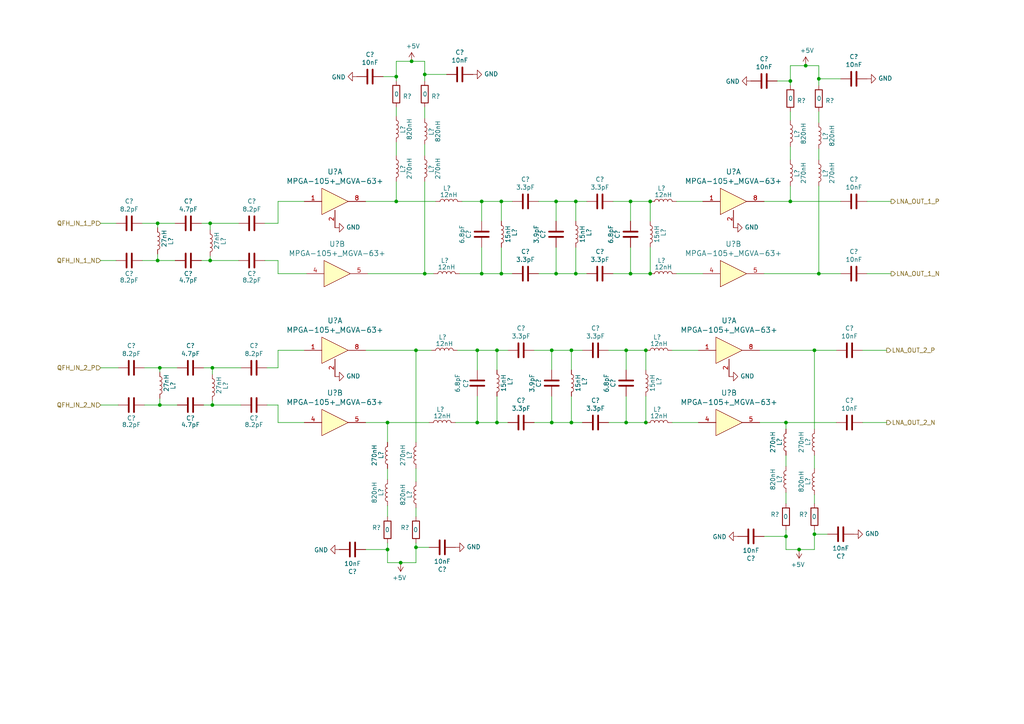
<source format=kicad_sch>
(kicad_sch (version 20200608) (host eeschema "5.99.0-unknown-8bd9b26~101~ubuntu18.04.1")
  (page 2 2)
  (paper "A4")
  (lib_symbols
    (symbol "Device:C" (pin_numbers hide) (pin_names (offset 0.254))
      (property "Reference" "C" (at 0.635 2.54 0))
      (property "Value" "C" (at 0.635 -2.54 0))
      (symbol "C_0_1"
        (polyline (pts (xy -2.032 -0.762) (xy 2.032 -0.762)) (stroke (width 0.508)))
        (polyline (pts (xy -2.032 0.762) (xy 2.032 0.762)) (stroke (width 0.508)))
      )
      (symbol "C_1_1"
        (pin passive line (at 0 3.81 270) (length 2.794) (name "~") (number "1"))
        (pin passive line (at 0 -3.81 90) (length 2.794) (name "~") (number "2"))
      )
    )
    (symbol "Device:L" (pin_numbers hide) (pin_names hide)
      (property "Reference" "L" (at -1.27 0 90))
      (property "Value" "L" (at 1.905 0 90))
      (symbol "L_0_1"
        (arc (start 0 -2.54) (end 0 -1.27) (radius (at 0 -1.905) (length 0.635) (angles -89.9 89.9)))
        (arc (start 0 -1.27) (end 0 0) (radius (at 0 -0.635) (length 0.635) (angles -89.9 89.9)))
        (arc (start 0 0) (end 0 1.27) (radius (at 0 0.635) (length 0.635) (angles -89.9 89.9)))
        (arc (start 0 1.27) (end 0 2.54) (radius (at 0 1.905) (length 0.635) (angles -89.9 89.9)))
      )
      (symbol "L_1_1"
        (pin passive line (at 0 3.81 270) (length 1.27) (name "1") (number "1"))
        (pin passive line (at 0 -3.81 90) (length 1.27) (name "2") (number "2"))
      )
    )
    (symbol "Device:R" (pin_numbers hide) (pin_names (offset 0))
      (property "Reference" "R" (at 2.032 0 90))
      (property "Value" "R" (at 0 0 90))
      (symbol "R_0_1"
        (rectangle (start -1.016 -2.54) (end 1.016 2.54) (stroke (width 0.254)))
      )
      (symbol "R_1_1"
        (pin passive line (at 0 3.81 270) (length 1.27) (name "~") (number "1"))
        (pin passive line (at 0 -3.81 90) (length 1.27) (name "~") (number "2"))
      )
    )
    (symbol "QFHMIX01A-rescue:MPGA-105+_MGVA-63+-MLAB_IO" (pin_names hide)
      (property "Reference" "U" (at -3.81 11.43 0))
      (property "Value" "MPGA-105+_MGVA-63+-MLAB_IO" (at 0.635 -13.335 0))
      (symbol "MPGA-105+_MGVA-63+-MLAB_IO_0_1"
        (polyline (pts (xy -3.81 10.16) (xy -3.81 2.54) (xy -1.27 3.81) (xy 3.81 6.35) (xy -3.81 10.16)) (fill (type background)))
      )
      (symbol "MPGA-105+_MGVA-63+-MLAB_IO_1_1"
        (pin input line (at -8.89 6.35 0) (length 5.08) (name "RF_IN") (number "1"))
        (pin power_in line (at 0 -1.27 90) (length 5.08) (name "GND") (number "2"))
        (pin power_in line (at 0 -1.27 90) (length 5.08) hide (name "GND") (number "3"))
        (pin power_in line (at 0 -1.27 90) (length 5.08) hide (name "GND") (number "6"))
        (pin power_in line (at 0 -1.27 90) (length 5.08) hide (name "GND") (number "7"))
        (pin input line (at 0 -1.27 90) (length 5.08) hide (name "GND") (number "8"))
        (pin output line (at 8.89 6.35 180) (length 5.08) (name "RF_OUT") (number "8"))
      )
      (symbol "MPGA-105+_MGVA-63+-MLAB_IO_2_1"
        (pin input line (at -8.89 6.35 0) (length 5.08) (name "RF_IN") (number "4"))
        (pin output line (at 8.89 6.35 180) (length 5.08) (name "RF_OUT") (number "5"))
      )
    )
    (symbol "power:+5V" (power) (pin_names (offset 0))
      (property "Value" "+5V" (at 0 3.556 0))
      (symbol "+5V_0_1"
        (polyline (pts (xy -0.762 1.27) (xy 0 2.54)))
        (polyline (pts (xy 0 0) (xy 0 2.54)))
        (polyline (pts (xy 0 2.54) (xy 0.762 1.27)))
      )
      (symbol "+5V_1_1"
        (pin power_in line (at 0 0 90) (length 0) hide (name "+5V") (number "1"))
      )
    )
    (symbol "power:GND" (power) (pin_names (offset 0))
      (property "Value" "GND" (at 0 -3.81 0))
      (symbol "GND_0_1"
        (polyline (pts (xy 0 0) (xy 0 -1.27) (xy 1.27 -1.27) (xy 0 -2.54) (xy -1.27 -1.27) (xy 0 -1.27)))
      )
      (symbol "GND_1_1"
        (pin power_in line (at 0 0 270) (length 0) hide (name "GND") (number "1"))
      )
    )
  )
  (junction (at 45.72 64.77))
  (junction (at 45.72 75.565))
  (junction (at 46.355 106.68))
  (junction (at 46.355 117.475))
  (junction (at 60.96 64.77))
  (junction (at 60.96 75.565))
  (junction (at 61.595 106.68))
  (junction (at 61.595 117.475))
  (junction (at 112.395 122.555))
  (junction (at 112.395 159.385))
  (junction (at 114.935 22.225))
  (junction (at 114.935 58.42))
  (junction (at 116.205 163.195))
  (junction (at 119.38 17.78))
  (junction (at 120.65 101.6))
  (junction (at 120.65 158.75))
  (junction (at 123.19 21.59))
  (junction (at 123.19 79.375))
  (junction (at 138.43 101.6))
  (junction (at 138.43 122.555))
  (junction (at 139.7 58.42))
  (junction (at 139.7 79.375))
  (junction (at 144.145 101.6))
  (junction (at 144.145 122.555))
  (junction (at 145.415 58.42))
  (junction (at 145.415 79.375))
  (junction (at 160.02 101.6))
  (junction (at 160.02 122.555))
  (junction (at 161.29 58.42))
  (junction (at 161.29 79.375))
  (junction (at 165.735 101.6))
  (junction (at 165.735 122.555))
  (junction (at 167.005 58.42))
  (junction (at 167.005 79.375))
  (junction (at 181.61 101.6))
  (junction (at 181.61 122.555))
  (junction (at 182.88 58.42))
  (junction (at 182.88 79.375))
  (junction (at 187.325 101.6))
  (junction (at 187.325 122.555))
  (junction (at 188.595 58.42))
  (junction (at 188.595 79.375))
  (junction (at 227.965 122.555))
  (junction (at 227.965 155.575))
  (junction (at 229.235 23.495))
  (junction (at 229.235 58.42))
  (junction (at 231.775 159.385))
  (junction (at 233.68 19.05))
  (junction (at 236.22 101.6))
  (junction (at 236.22 154.94))
  (junction (at 237.49 22.86))
  (junction (at 237.49 79.375))
  (wire (pts (xy 33.655 64.77) (xy 29.21 64.77)))
  (wire (pts (xy 33.655 75.565) (xy 29.21 75.565)))
  (wire (pts (xy 34.29 106.68) (xy 29.21 106.68)))
  (wire (pts (xy 34.29 117.475) (xy 29.21 117.475)))
  (wire (pts (xy 41.275 64.77) (xy 45.72 64.77)))
  (wire (pts (xy 41.275 75.565) (xy 45.72 75.565)))
  (wire (pts (xy 41.91 106.68) (xy 46.355 106.68)))
  (wire (pts (xy 41.91 117.475) (xy 46.355 117.475)))
  (wire (pts (xy 45.72 64.77) (xy 45.72 66.04)))
  (wire (pts (xy 45.72 64.77) (xy 50.8 64.77)))
  (wire (pts (xy 45.72 75.565) (xy 45.72 73.66)))
  (wire (pts (xy 45.72 75.565) (xy 50.8 75.565)))
  (wire (pts (xy 46.355 106.68) (xy 46.355 107.95)))
  (wire (pts (xy 46.355 106.68) (xy 51.435 106.68)))
  (wire (pts (xy 46.355 117.475) (xy 46.355 115.57)))
  (wire (pts (xy 46.355 117.475) (xy 51.435 117.475)))
  (wire (pts (xy 58.42 64.77) (xy 60.96 64.77)))
  (wire (pts (xy 58.42 75.565) (xy 60.96 75.565)))
  (wire (pts (xy 59.055 106.68) (xy 61.595 106.68)))
  (wire (pts (xy 59.055 117.475) (xy 61.595 117.475)))
  (wire (pts (xy 60.96 64.77) (xy 60.96 66.675)))
  (wire (pts (xy 60.96 64.77) (xy 69.215 64.77)))
  (wire (pts (xy 60.96 75.565) (xy 60.96 74.295)))
  (wire (pts (xy 60.96 75.565) (xy 69.215 75.565)))
  (wire (pts (xy 61.595 106.68) (xy 61.595 108.585)))
  (wire (pts (xy 61.595 106.68) (xy 69.85 106.68)))
  (wire (pts (xy 61.595 117.475) (xy 61.595 116.205)))
  (wire (pts (xy 61.595 117.475) (xy 69.85 117.475)))
  (wire (pts (xy 76.835 64.77) (xy 80.645 64.77)))
  (wire (pts (xy 77.47 106.68) (xy 80.645 106.68)))
  (wire (pts (xy 77.47 117.475) (xy 80.645 117.475)))
  (wire (pts (xy 80.645 58.42) (xy 88.265 58.42)))
  (wire (pts (xy 80.645 64.77) (xy 80.645 58.42)))
  (wire (pts (xy 80.645 75.565) (xy 76.835 75.565)))
  (wire (pts (xy 80.645 79.375) (xy 80.645 75.565)))
  (wire (pts (xy 80.645 101.6) (xy 88.265 101.6)))
  (wire (pts (xy 80.645 106.68) (xy 80.645 101.6)))
  (wire (pts (xy 80.645 117.475) (xy 80.645 122.555)))
  (wire (pts (xy 88.265 122.555) (xy 80.645 122.555)))
  (wire (pts (xy 88.9 79.375) (xy 80.645 79.375)))
  (wire (pts (xy 106.045 58.42) (xy 114.935 58.42)))
  (wire (pts (xy 106.045 101.6) (xy 120.65 101.6)))
  (wire (pts (xy 106.68 79.375) (xy 123.19 79.375)))
  (wire (pts (xy 112.395 122.555) (xy 106.045 122.555)))
  (wire (pts (xy 112.395 122.555) (xy 112.395 128.27)))
  (wire (pts (xy 112.395 135.89) (xy 112.395 139.065)))
  (wire (pts (xy 112.395 146.685) (xy 112.395 149.86)))
  (wire (pts (xy 112.395 157.48) (xy 112.395 159.385)))
  (wire (pts (xy 112.395 159.385) (xy 106.045 159.385)))
  (wire (pts (xy 112.395 159.385) (xy 112.395 163.195)))
  (wire (pts (xy 112.395 163.195) (xy 116.205 163.195)))
  (wire (pts (xy 114.935 17.78) (xy 114.935 22.225)))
  (wire (pts (xy 114.935 22.225) (xy 111.125 22.225)))
  (wire (pts (xy 114.935 23.495) (xy 114.935 22.225)))
  (wire (pts (xy 114.935 31.115) (xy 114.935 33.655)))
  (wire (pts (xy 114.935 41.275) (xy 114.935 45.085)))
  (wire (pts (xy 114.935 58.42) (xy 114.935 52.705)))
  (wire (pts (xy 116.205 163.195) (xy 120.65 163.195)))
  (wire (pts (xy 119.38 17.78) (xy 114.935 17.78)))
  (wire (pts (xy 120.65 101.6) (xy 120.65 128.27)))
  (wire (pts (xy 120.65 139.7) (xy 120.65 135.89)))
  (wire (pts (xy 120.65 149.86) (xy 120.65 147.32)))
  (wire (pts (xy 120.65 157.48) (xy 120.65 158.75)))
  (wire (pts (xy 120.65 158.75) (xy 124.46 158.75)))
  (wire (pts (xy 120.65 163.195) (xy 120.65 158.75)))
  (wire (pts (xy 123.19 17.78) (xy 119.38 17.78)))
  (wire (pts (xy 123.19 21.59) (xy 123.19 17.78)))
  (wire (pts (xy 123.19 21.59) (xy 129.54 21.59)))
  (wire (pts (xy 123.19 23.495) (xy 123.19 21.59)))
  (wire (pts (xy 123.19 34.29) (xy 123.19 31.115)))
  (wire (pts (xy 123.19 45.085) (xy 123.19 41.91)))
  (wire (pts (xy 123.19 79.375) (xy 123.19 52.705)))
  (wire (pts (xy 124.46 122.555) (xy 112.395 122.555)))
  (wire (pts (xy 125.095 101.6) (xy 120.65 101.6)))
  (wire (pts (xy 125.73 79.375) (xy 123.19 79.375)))
  (wire (pts (xy 126.365 58.42) (xy 114.935 58.42)))
  (wire (pts (xy 132.08 122.555) (xy 138.43 122.555)))
  (wire (pts (xy 133.35 79.375) (xy 139.7 79.375)))
  (wire (pts (xy 138.43 101.6) (xy 132.715 101.6)))
  (wire (pts (xy 138.43 107.315) (xy 138.43 101.6)))
  (wire (pts (xy 138.43 114.935) (xy 138.43 122.555)))
  (wire (pts (xy 138.43 122.555) (xy 144.145 122.555)))
  (wire (pts (xy 139.7 58.42) (xy 133.985 58.42)))
  (wire (pts (xy 139.7 64.135) (xy 139.7 58.42)))
  (wire (pts (xy 139.7 71.755) (xy 139.7 79.375)))
  (wire (pts (xy 139.7 79.375) (xy 145.415 79.375)))
  (wire (pts (xy 144.145 101.6) (xy 138.43 101.6)))
  (wire (pts (xy 144.145 107.315) (xy 144.145 101.6)))
  (wire (pts (xy 144.145 114.935) (xy 144.145 122.555)))
  (wire (pts (xy 144.145 122.555) (xy 147.32 122.555)))
  (wire (pts (xy 145.415 58.42) (xy 139.7 58.42)))
  (wire (pts (xy 145.415 64.135) (xy 145.415 58.42)))
  (wire (pts (xy 145.415 71.755) (xy 145.415 79.375)))
  (wire (pts (xy 145.415 79.375) (xy 148.59 79.375)))
  (wire (pts (xy 147.32 101.6) (xy 144.145 101.6)))
  (wire (pts (xy 148.59 58.42) (xy 145.415 58.42)))
  (wire (pts (xy 154.94 101.6) (xy 160.02 101.6)))
  (wire (pts (xy 154.94 122.555) (xy 160.02 122.555)))
  (wire (pts (xy 156.21 58.42) (xy 161.29 58.42)))
  (wire (pts (xy 156.21 79.375) (xy 161.29 79.375)))
  (wire (pts (xy 160.02 107.315) (xy 160.02 101.6)))
  (wire (pts (xy 160.02 114.935) (xy 160.02 122.555)))
  (wire (pts (xy 160.02 122.555) (xy 165.735 122.555)))
  (wire (pts (xy 161.29 64.135) (xy 161.29 58.42)))
  (wire (pts (xy 161.29 71.755) (xy 161.29 79.375)))
  (wire (pts (xy 161.29 79.375) (xy 167.005 79.375)))
  (wire (pts (xy 165.735 101.6) (xy 160.02 101.6)))
  (wire (pts (xy 165.735 107.315) (xy 165.735 101.6)))
  (wire (pts (xy 165.735 114.935) (xy 165.735 122.555)))
  (wire (pts (xy 165.735 122.555) (xy 168.91 122.555)))
  (wire (pts (xy 167.005 58.42) (xy 161.29 58.42)))
  (wire (pts (xy 167.005 64.135) (xy 167.005 58.42)))
  (wire (pts (xy 167.005 71.755) (xy 167.005 79.375)))
  (wire (pts (xy 167.005 79.375) (xy 170.18 79.375)))
  (wire (pts (xy 168.91 101.6) (xy 165.735 101.6)))
  (wire (pts (xy 170.18 58.42) (xy 167.005 58.42)))
  (wire (pts (xy 176.53 101.6) (xy 181.61 101.6)))
  (wire (pts (xy 176.53 122.555) (xy 181.61 122.555)))
  (wire (pts (xy 177.8 58.42) (xy 182.88 58.42)))
  (wire (pts (xy 177.8 79.375) (xy 182.88 79.375)))
  (wire (pts (xy 181.61 107.315) (xy 181.61 101.6)))
  (wire (pts (xy 181.61 114.935) (xy 181.61 122.555)))
  (wire (pts (xy 181.61 122.555) (xy 187.325 122.555)))
  (wire (pts (xy 182.88 64.135) (xy 182.88 58.42)))
  (wire (pts (xy 182.88 71.755) (xy 182.88 79.375)))
  (wire (pts (xy 182.88 79.375) (xy 188.595 79.375)))
  (wire (pts (xy 187.325 101.6) (xy 181.61 101.6)))
  (wire (pts (xy 187.325 107.315) (xy 187.325 101.6)))
  (wire (pts (xy 187.325 114.935) (xy 187.325 122.555)))
  (wire (pts (xy 188.595 58.42) (xy 182.88 58.42)))
  (wire (pts (xy 188.595 64.135) (xy 188.595 58.42)))
  (wire (pts (xy 188.595 71.755) (xy 188.595 79.375)))
  (wire (pts (xy 194.945 122.555) (xy 202.565 122.555)))
  (wire (pts (xy 196.215 79.375) (xy 203.835 79.375)))
  (wire (pts (xy 202.565 101.6) (xy 194.945 101.6)))
  (wire (pts (xy 203.835 58.42) (xy 196.215 58.42)))
  (wire (pts (xy 220.345 101.6) (xy 236.22 101.6)))
  (wire (pts (xy 220.345 122.555) (xy 227.965 122.555)))
  (wire (pts (xy 221.615 58.42) (xy 229.235 58.42)))
  (wire (pts (xy 227.965 122.555) (xy 242.57 122.555)))
  (wire (pts (xy 227.965 124.46) (xy 227.965 122.555)))
  (wire (pts (xy 227.965 132.08) (xy 227.965 135.255)))
  (wire (pts (xy 227.965 142.875) (xy 227.965 146.05)))
  (wire (pts (xy 227.965 153.67) (xy 227.965 155.575)))
  (wire (pts (xy 227.965 155.575) (xy 221.615 155.575)))
  (wire (pts (xy 227.965 155.575) (xy 227.965 159.385)))
  (wire (pts (xy 227.965 159.385) (xy 231.775 159.385)))
  (wire (pts (xy 229.235 19.05) (xy 229.235 23.495)))
  (wire (pts (xy 229.235 23.495) (xy 225.425 23.495)))
  (wire (pts (xy 229.235 24.765) (xy 229.235 23.495)))
  (wire (pts (xy 229.235 32.385) (xy 229.235 34.925)))
  (wire (pts (xy 229.235 42.545) (xy 229.235 46.355)))
  (wire (pts (xy 229.235 58.42) (xy 229.235 53.975)))
  (wire (pts (xy 229.235 58.42) (xy 243.84 58.42)))
  (wire (pts (xy 231.775 159.385) (xy 236.22 159.385)))
  (wire (pts (xy 233.68 19.05) (xy 229.235 19.05)))
  (wire (pts (xy 236.22 101.6) (xy 242.57 101.6)))
  (wire (pts (xy 236.22 124.46) (xy 236.22 101.6)))
  (wire (pts (xy 236.22 135.89) (xy 236.22 132.08)))
  (wire (pts (xy 236.22 146.05) (xy 236.22 143.51)))
  (wire (pts (xy 236.22 153.67) (xy 236.22 154.94)))
  (wire (pts (xy 236.22 154.94) (xy 240.03 154.94)))
  (wire (pts (xy 236.22 159.385) (xy 236.22 154.94)))
  (wire (pts (xy 237.49 19.05) (xy 233.68 19.05)))
  (wire (pts (xy 237.49 22.86) (xy 237.49 19.05)))
  (wire (pts (xy 237.49 22.86) (xy 243.84 22.86)))
  (wire (pts (xy 237.49 24.765) (xy 237.49 22.86)))
  (wire (pts (xy 237.49 35.56) (xy 237.49 32.385)))
  (wire (pts (xy 237.49 46.355) (xy 237.49 43.18)))
  (wire (pts (xy 237.49 53.975) (xy 237.49 79.375)))
  (wire (pts (xy 237.49 79.375) (xy 221.615 79.375)))
  (wire (pts (xy 243.84 79.375) (xy 237.49 79.375)))
  (wire (pts (xy 257.175 101.6) (xy 250.19 101.6)))
  (wire (pts (xy 257.175 122.555) (xy 250.19 122.555)))
  (wire (pts (xy 258.445 58.42) (xy 251.46 58.42)))
  (wire (pts (xy 258.445 79.375) (xy 251.46 79.375)))
  (hierarchical_label "QFH_IN_1_P" (shape input) (at 29.21 64.77 180))
  (hierarchical_label "QFH_IN_1_N" (shape input) (at 29.21 75.565 180))
  (hierarchical_label "QFH_IN_2_P" (shape input) (at 29.21 106.68 180))
  (hierarchical_label "QFH_IN_2_N" (shape input) (at 29.21 117.475 180))
  (hierarchical_label "LNA_OUT_2_P" (shape output) (at 257.175 101.6 0))
  (hierarchical_label "LNA_OUT_2_N" (shape output) (at 257.175 122.555 0))
  (hierarchical_label "LNA_OUT_1_P" (shape output) (at 258.445 58.42 0))
  (hierarchical_label "LNA_OUT_1_N" (shape output) (at 258.445 79.375 0))
  (symbol (lib_id "power:+5V") (at 116.205 163.195 180) (unit 1)
    (property "Reference" "#PWR?" (effects hide))
    (property "Value" "+5V" (at 115.824 167.5892 0))
  )
  (symbol (lib_id "power:+5V") (at 119.38 17.78 0) (unit 1)
    (property "Reference" "#PWR?" (effects hide))
    (property "Value" "+5V" (at 119.761 13.3858 0))
  )
  (symbol (lib_id "power:+5V") (at 231.775 159.385 180) (unit 1)
    (property "Reference" "#PWR?" (effects hide))
    (property "Value" "+5V" (at 231.394 163.7792 0))
  )
  (symbol (lib_id "power:+5V") (at 233.68 19.05 0) (unit 1)
    (property "Reference" "#PWR?" (effects hide))
    (property "Value" "+5V" (at 234.061 14.6558 0))
  )
  (symbol (lib_id "Device:L") (at 45.72 69.85 0) (unit 1)
    (property "Reference" "L?" (at 49.53 71.12 90) (effects (justify left)))
    (property "Value" "27nH" (at 47.625 71.755 90) (effects (justify left)))
  )
  (symbol (lib_id "Device:L") (at 46.355 111.76 0) (unit 1)
    (property "Reference" "L?" (at 50.165 113.03 90) (effects (justify left)))
    (property "Value" "27nH" (at 48.26 113.665 90) (effects (justify left)))
  )
  (symbol (lib_id "Device:L") (at 60.96 70.485 0) (unit 1)
    (property "Reference" "L?" (at 64.77 71.12 90) (effects (justify left)))
    (property "Value" "27nH" (at 62.865 72.39 90) (effects (justify left)))
  )
  (symbol (lib_id "Device:L") (at 61.595 112.395 0) (unit 1)
    (property "Reference" "L?" (at 65.405 113.03 90) (effects (justify left)))
    (property "Value" "27nH" (at 63.5 114.3 90) (effects (justify left)))
  )
  (symbol (lib_id "Device:L") (at 112.395 132.08 180) (unit 1)
    (property "Reference" "L?" (at 110.49 130.81 90) (effects (justify left)))
    (property "Value" "270nH" (at 108.585 128.905 90) (effects (justify left)))
  )
  (symbol (lib_id "Device:L") (at 112.395 142.875 180) (unit 1)
    (property "Reference" "L?" (at 110.49 141.605 90) (effects (justify left)))
    (property "Value" "820nH" (at 108.585 139.7 90) (effects (justify left)))
  )
  (symbol (lib_id "Device:L") (at 114.935 37.465 0) (unit 1)
    (property "Reference" "L?" (at 116.84 38.735 90) (effects (justify left)))
    (property "Value" "820nH" (at 118.745 40.64 90) (effects (justify left)))
  )
  (symbol (lib_id "Device:L") (at 114.935 48.895 0) (unit 1)
    (property "Reference" "L?" (at 116.84 50.165 90) (effects (justify left)))
    (property "Value" "270nH" (at 118.745 52.07 90) (effects (justify left)))
  )
  (symbol (lib_id "Device:L") (at 120.65 132.08 180) (unit 1)
    (property "Reference" "L?" (at 118.745 130.81 90) (effects (justify left)))
    (property "Value" "270nH" (at 116.84 128.905 90) (effects (justify left)))
  )
  (symbol (lib_id "Device:L") (at 120.65 143.51 180) (unit 1)
    (property "Reference" "L?" (at 118.745 142.24 90) (effects (justify left)))
    (property "Value" "820nH" (at 116.84 140.335 90) (effects (justify left)))
  )
  (symbol (lib_id "Device:L") (at 123.19 38.1 0) (unit 1)
    (property "Reference" "L?" (at 125.095 39.37 90) (effects (justify left)))
    (property "Value" "820nH" (at 127 41.275 90) (effects (justify left)))
  )
  (symbol (lib_id "Device:L") (at 123.19 48.895 0) (unit 1)
    (property "Reference" "L?" (at 125.095 50.165 90) (effects (justify left)))
    (property "Value" "270nH" (at 127 52.07 90) (effects (justify left)))
  )
  (symbol (lib_id "Device:L") (at 128.27 122.555 90) (unit 1)
    (property "Reference" "L?" (at 128.905 118.745 90) (effects (justify left)))
    (property "Value" "12nH" (at 130.81 120.65 90) (effects (justify left)))
  )
  (symbol (lib_id "Device:L") (at 128.905 101.6 90) (unit 1)
    (property "Reference" "L?" (at 129.54 97.79 90) (effects (justify left)))
    (property "Value" "12nH" (at 131.445 99.695 90) (effects (justify left)))
  )
  (symbol (lib_id "Device:L") (at 129.54 79.375 90) (unit 1)
    (property "Reference" "L?" (at 130.175 75.565 90) (effects (justify left)))
    (property "Value" "12nH" (at 132.08 77.47 90) (effects (justify left)))
  )
  (symbol (lib_id "Device:L") (at 130.175 58.42 90) (unit 1)
    (property "Reference" "L?" (at 130.81 54.61 90) (effects (justify left)))
    (property "Value" "12nH" (at 132.715 56.515 90) (effects (justify left)))
  )
  (symbol (lib_id "Device:L") (at 144.145 111.125 0) (unit 1)
    (property "Reference" "L?" (at 147.955 111.76 90) (effects (justify left)))
    (property "Value" "15nH" (at 146.05 113.665 90) (effects (justify left)))
  )
  (symbol (lib_id "Device:L") (at 145.415 67.945 0) (unit 1)
    (property "Reference" "L?" (at 149.225 68.58 90) (effects (justify left)))
    (property "Value" "15nH" (at 147.32 70.485 90) (effects (justify left)))
  )
  (symbol (lib_id "Device:L") (at 165.735 111.125 0) (unit 1)
    (property "Reference" "L?" (at 169.545 111.76 90) (effects (justify left)))
    (property "Value" "15nH" (at 167.64 113.665 90) (effects (justify left)))
  )
  (symbol (lib_id "Device:L") (at 167.005 67.945 0) (unit 1)
    (property "Reference" "L?" (at 170.815 68.58 90) (effects (justify left)))
    (property "Value" "15nH" (at 168.91 70.485 90) (effects (justify left)))
  )
  (symbol (lib_id "Device:L") (at 187.325 111.125 0) (unit 1)
    (property "Reference" "L?" (at 191.135 111.76 90) (effects (justify left)))
    (property "Value" "15nH" (at 189.23 113.665 90) (effects (justify left)))
  )
  (symbol (lib_id "Device:L") (at 188.595 67.945 0) (unit 1)
    (property "Reference" "L?" (at 192.405 68.58 90) (effects (justify left)))
    (property "Value" "15nH" (at 190.5 70.485 90) (effects (justify left)))
  )
  (symbol (lib_id "Device:L") (at 191.135 101.6 90) (unit 1)
    (property "Reference" "L?" (at 191.77 97.79 90) (effects (justify left)))
    (property "Value" "12nH" (at 193.675 99.695 90) (effects (justify left)))
  )
  (symbol (lib_id "Device:L") (at 191.135 122.555 90) (unit 1)
    (property "Reference" "L?" (at 191.77 118.745 90) (effects (justify left)))
    (property "Value" "12nH" (at 193.675 120.65 90) (effects (justify left)))
  )
  (symbol (lib_id "Device:L") (at 192.405 58.42 90) (unit 1)
    (property "Reference" "L?" (at 193.04 54.61 90) (effects (justify left)))
    (property "Value" "12nH" (at 194.945 56.515 90) (effects (justify left)))
  )
  (symbol (lib_id "Device:L") (at 192.405 79.375 90) (unit 1)
    (property "Reference" "L?" (at 193.04 75.565 90) (effects (justify left)))
    (property "Value" "12nH" (at 194.945 77.47 90) (effects (justify left)))
  )
  (symbol (lib_id "Device:L") (at 227.965 128.27 180) (unit 1)
    (property "Reference" "L?" (at 226.06 127 90) (effects (justify left)))
    (property "Value" "270nH" (at 224.155 125.095 90) (effects (justify left)))
  )
  (symbol (lib_id "Device:L") (at 227.965 139.065 180) (unit 1)
    (property "Reference" "L?" (at 226.06 137.795 90) (effects (justify left)))
    (property "Value" "820nH" (at 224.155 135.89 90) (effects (justify left)))
  )
  (symbol (lib_id "Device:L") (at 229.235 38.735 0) (unit 1)
    (property "Reference" "L?" (at 231.14 40.005 90) (effects (justify left)))
    (property "Value" "820nH" (at 233.045 41.91 90) (effects (justify left)))
  )
  (symbol (lib_id "Device:L") (at 229.235 50.165 0) (unit 1)
    (property "Reference" "L?" (at 231.14 51.435 90) (effects (justify left)))
    (property "Value" "270nH" (at 233.045 53.34 90) (effects (justify left)))
  )
  (symbol (lib_id "Device:L") (at 236.22 128.27 180) (unit 1)
    (property "Reference" "L?" (at 234.315 127 90) (effects (justify left)))
    (property "Value" "270nH" (at 232.41 125.095 90) (effects (justify left)))
  )
  (symbol (lib_id "Device:L") (at 236.22 139.7 180) (unit 1)
    (property "Reference" "L?" (at 234.315 138.43 90) (effects (justify left)))
    (property "Value" "820nH" (at 232.41 136.525 90) (effects (justify left)))
  )
  (symbol (lib_id "Device:L") (at 237.49 39.37 0) (unit 1)
    (property "Reference" "L?" (at 239.395 40.64 90) (effects (justify left)))
    (property "Value" "820nH" (at 241.3 42.545 90) (effects (justify left)))
  )
  (symbol (lib_id "Device:L") (at 237.49 50.165 0) (unit 1)
    (property "Reference" "L?" (at 239.395 51.435 90) (effects (justify left)))
    (property "Value" "270nH" (at 241.3 53.34 90) (effects (justify left)))
  )
  (symbol (lib_id "power:GND") (at 97.155 66.04 90) (unit 1)
    (property "Reference" "#PWR?" (effects hide))
    (property "Value" "GND" (at 100.4062 65.913 90) (effects (justify right)))
  )
  (symbol (lib_id "power:GND") (at 97.155 109.22 90) (unit 1)
    (property "Reference" "#PWR?" (effects hide))
    (property "Value" "GND" (at 100.4062 109.093 90) (effects (justify right)))
  )
  (symbol (lib_id "power:GND") (at 98.425 159.385 270) (unit 1)
    (property "Reference" "#PWR?" (effects hide))
    (property "Value" "GND" (at 95.1738 159.512 90) (effects (justify right)))
  )
  (symbol (lib_id "power:GND") (at 103.505 22.225 270) (unit 1)
    (property "Reference" "#PWR?" (effects hide))
    (property "Value" "GND" (at 100.2538 22.352 90) (effects (justify right)))
  )
  (symbol (lib_id "power:GND") (at 132.08 158.75 90) (unit 1)
    (property "Reference" "#PWR?" (effects hide))
    (property "Value" "GND" (at 135.3312 158.623 90) (effects (justify right)))
  )
  (symbol (lib_id "power:GND") (at 137.16 21.59 90) (unit 1)
    (property "Reference" "#PWR?" (effects hide))
    (property "Value" "GND" (at 140.4112 21.463 90) (effects (justify right)))
  )
  (symbol (lib_id "power:GND") (at 211.455 109.22 90) (unit 1)
    (property "Reference" "#PWR?" (effects hide))
    (property "Value" "GND" (at 214.7062 109.093 90) (effects (justify right)))
  )
  (symbol (lib_id "power:GND") (at 212.725 66.04 90) (unit 1)
    (property "Reference" "#PWR?" (effects hide))
    (property "Value" "GND" (at 215.9762 65.913 90) (effects (justify right)))
  )
  (symbol (lib_id "power:GND") (at 213.995 155.575 270) (unit 1)
    (property "Reference" "#PWR?" (effects hide))
    (property "Value" "GND" (at 210.7438 155.702 90) (effects (justify right)))
  )
  (symbol (lib_id "power:GND") (at 217.805 23.495 270) (unit 1)
    (property "Reference" "#PWR?" (effects hide))
    (property "Value" "GND" (at 214.5538 23.622 90) (effects (justify right)))
  )
  (symbol (lib_id "power:GND") (at 247.65 154.94 90) (unit 1)
    (property "Reference" "#PWR?" (effects hide))
    (property "Value" "GND" (at 250.9012 154.813 90) (effects (justify right)))
  )
  (symbol (lib_id "power:GND") (at 251.46 22.86 90) (unit 1)
    (property "Reference" "#PWR?" (effects hide))
    (property "Value" "GND" (at 254.7112 22.733 90) (effects (justify right)))
  )
  (symbol (lib_id "Device:R") (at 112.395 153.67 180) (unit 1)
    (property "Reference" "R?" (at 110.49 153.035 0) (effects (justify left)))
    (property "Value" "0" (at 113.03 153.67 0) (effects (justify left)))
  )
  (symbol (lib_id "Device:R") (at 114.935 27.305 0) (unit 1)
    (property "Reference" "R?" (at 116.84 27.94 0) (effects (justify left)))
    (property "Value" "0" (at 114.3 27.305 0) (effects (justify left)))
  )
  (symbol (lib_id "Device:R") (at 120.65 153.67 180) (unit 1)
    (property "Reference" "R?" (at 118.745 153.035 0) (effects (justify left)))
    (property "Value" "0" (at 121.285 153.67 0) (effects (justify left)))
  )
  (symbol (lib_id "Device:R") (at 123.19 27.305 0) (unit 1)
    (property "Reference" "R?" (at 125.095 27.94 0) (effects (justify left)))
    (property "Value" "0" (at 122.555 27.305 0) (effects (justify left)))
  )
  (symbol (lib_id "Device:R") (at 227.965 149.86 180) (unit 1)
    (property "Reference" "R?" (at 226.06 149.225 0) (effects (justify left)))
    (property "Value" "0" (at 228.6 149.86 0) (effects (justify left)))
  )
  (symbol (lib_id "Device:R") (at 229.235 28.575 0) (unit 1)
    (property "Reference" "R?" (at 231.14 29.21 0) (effects (justify left)))
    (property "Value" "0" (at 228.6 28.575 0) (effects (justify left)))
  )
  (symbol (lib_id "Device:R") (at 236.22 149.86 180) (unit 1)
    (property "Reference" "R?" (at 234.315 149.225 0) (effects (justify left)))
    (property "Value" "0" (at 236.855 149.86 0) (effects (justify left)))
  )
  (symbol (lib_id "Device:R") (at 237.49 28.575 0) (unit 1)
    (property "Reference" "R?" (at 239.395 29.21 0) (effects (justify left)))
    (property "Value" "0" (at 236.855 28.575 0) (effects (justify left)))
  )
  (symbol (lib_id "Device:C") (at 37.465 64.77 270) (unit 1)
    (property "Reference" "C?" (at 37.465 58.3692 90))
    (property "Value" "8.2pF" (at 37.465 60.6806 90))
  )
  (symbol (lib_id "Device:C") (at 37.465 75.565 270) (unit 1)
    (property "Reference" "C?" (at 37.465 79.375 90))
    (property "Value" "8.2pF" (at 37.465 81.28 90))
  )
  (symbol (lib_id "Device:C") (at 38.1 106.68 270) (unit 1)
    (property "Reference" "C?" (at 38.1 100.2792 90))
    (property "Value" "8.2pF" (at 38.1 102.5906 90))
  )
  (symbol (lib_id "Device:C") (at 38.1 117.475 270) (unit 1)
    (property "Reference" "C?" (at 38.1 121.285 90))
    (property "Value" "8.2pF" (at 38.1 123.19 90))
  )
  (symbol (lib_id "Device:C") (at 54.61 64.77 270) (unit 1)
    (property "Reference" "C?" (at 54.61 58.3692 90))
    (property "Value" "4.7pF" (at 54.61 60.6806 90))
  )
  (symbol (lib_id "Device:C") (at 54.61 75.565 270) (unit 1)
    (property "Reference" "C?" (at 54.61 79.375 90))
    (property "Value" "4.7pF" (at 54.61 81.28 90))
  )
  (symbol (lib_id "Device:C") (at 55.245 106.68 270) (unit 1)
    (property "Reference" "C?" (at 55.245 100.2792 90))
    (property "Value" "4.7pF" (at 55.245 102.5906 90))
  )
  (symbol (lib_id "Device:C") (at 55.245 117.475 270) (unit 1)
    (property "Reference" "C?" (at 55.245 121.285 90))
    (property "Value" "4.7pF" (at 55.245 123.19 90))
  )
  (symbol (lib_id "Device:C") (at 73.025 64.77 270) (unit 1)
    (property "Reference" "C?" (at 73.025 58.3692 90))
    (property "Value" "8.2pF" (at 73.025 60.6806 90))
  )
  (symbol (lib_id "Device:C") (at 73.025 75.565 270) (unit 1)
    (property "Reference" "C?" (at 73.025 79.375 90))
    (property "Value" "8.2pF" (at 73.025 81.28 90))
  )
  (symbol (lib_id "Device:C") (at 73.66 106.68 270) (unit 1)
    (property "Reference" "C?" (at 73.66 100.2792 90))
    (property "Value" "8.2pF" (at 73.66 102.5906 90))
  )
  (symbol (lib_id "Device:C") (at 73.66 117.475 270) (unit 1)
    (property "Reference" "C?" (at 73.66 121.285 90))
    (property "Value" "8.2pF" (at 73.66 123.19 90))
  )
  (symbol (lib_id "Device:C") (at 102.235 159.385 90) (unit 1)
    (property "Reference" "C?" (at 102.235 165.7858 90))
    (property "Value" "10nF" (at 102.235 163.4744 90))
  )
  (symbol (lib_id "Device:C") (at 107.315 22.225 270) (unit 1)
    (property "Reference" "C?" (at 107.315 15.8242 90))
    (property "Value" "10nF" (at 107.315 18.1356 90))
  )
  (symbol (lib_id "Device:C") (at 128.27 158.75 90) (unit 1)
    (property "Reference" "C?" (at 128.27 165.1508 90))
    (property "Value" "10nF" (at 128.27 162.8394 90))
  )
  (symbol (lib_id "Device:C") (at 133.35 21.59 270) (unit 1)
    (property "Reference" "C?" (at 133.35 15.1892 90))
    (property "Value" "10nF" (at 133.35 17.5006 90))
  )
  (symbol (lib_id "Device:C") (at 138.43 111.125 180) (unit 1)
    (property "Reference" "C?" (at 135.128 111.252 90))
    (property "Value" "6.8pF" (at 132.715 111.125 90))
  )
  (symbol (lib_id "Device:C") (at 139.7 67.945 180) (unit 1)
    (property "Reference" "C?" (at 135.89 67.945 90))
    (property "Value" "6.8pF" (at 133.985 67.945 90))
  )
  (symbol (lib_id "Device:C") (at 151.13 101.6 270) (unit 1)
    (property "Reference" "C?" (at 151.13 95.1992 90))
    (property "Value" "3.3pF" (at 151.13 97.5106 90))
  )
  (symbol (lib_id "Device:C") (at 151.13 122.555 270) (unit 1)
    (property "Reference" "C?" (at 151.13 116.1542 90))
    (property "Value" "3.3pF" (at 151.13 118.4656 90))
  )
  (symbol (lib_id "Device:C") (at 152.4 58.42 270) (unit 1)
    (property "Reference" "C?" (at 152.4 52.0192 90))
    (property "Value" "3.3pF" (at 152.4 54.3306 90))
  )
  (symbol (lib_id "Device:C") (at 152.4 79.375 270) (unit 1)
    (property "Reference" "C?" (at 152.4 72.9742 90))
    (property "Value" "3.3pF" (at 152.4 75.2856 90))
  )
  (symbol (lib_id "Device:C") (at 160.02 111.125 180) (unit 1)
    (property "Reference" "C?" (at 156.21 111.125 90))
    (property "Value" "3.9pF" (at 154.305 111.125 90))
  )
  (symbol (lib_id "Device:C") (at 161.29 67.945 180) (unit 1)
    (property "Reference" "C?" (at 157.48 67.945 90))
    (property "Value" "3.9pF" (at 155.575 67.945 90))
  )
  (symbol (lib_id "Device:C") (at 172.72 101.6 270) (unit 1)
    (property "Reference" "C?" (at 172.72 95.1992 90))
    (property "Value" "3.3pF" (at 172.72 97.5106 90))
  )
  (symbol (lib_id "Device:C") (at 172.72 122.555 270) (unit 1)
    (property "Reference" "C?" (at 172.72 116.1542 90))
    (property "Value" "3.3pF" (at 172.72 118.4656 90))
  )
  (symbol (lib_id "Device:C") (at 173.99 58.42 270) (unit 1)
    (property "Reference" "C?" (at 173.99 52.0192 90))
    (property "Value" "3.3pF" (at 173.99 54.3306 90))
  )
  (symbol (lib_id "Device:C") (at 173.99 79.375 270) (unit 1)
    (property "Reference" "C?" (at 173.99 72.9742 90))
    (property "Value" "3.3pF" (at 173.99 75.2856 90))
  )
  (symbol (lib_id "Device:C") (at 181.61 111.125 180) (unit 1)
    (property "Reference" "C?" (at 177.8 111.125 90))
    (property "Value" "6.8pF" (at 175.895 111.125 90))
  )
  (symbol (lib_id "Device:C") (at 182.88 67.945 180) (unit 1)
    (property "Reference" "C?" (at 179.07 67.945 90))
    (property "Value" "6.8pF" (at 177.165 67.945 90))
  )
  (symbol (lib_id "Device:C") (at 217.805 155.575 90) (unit 1)
    (property "Reference" "C?" (at 217.805 161.9758 90))
    (property "Value" "10nF" (at 217.805 159.6644 90))
  )
  (symbol (lib_id "Device:C") (at 221.615 23.495 270) (unit 1)
    (property "Reference" "C?" (at 221.615 17.0942 90))
    (property "Value" "10nF" (at 221.615 19.4056 90))
  )
  (symbol (lib_id "Device:C") (at 243.84 154.94 90) (unit 1)
    (property "Reference" "C?" (at 243.84 161.3408 90))
    (property "Value" "10nF" (at 243.84 159.0294 90))
  )
  (symbol (lib_id "Device:C") (at 246.38 101.6 270) (unit 1)
    (property "Reference" "C?" (at 246.38 95.1992 90))
    (property "Value" "10nF" (at 246.38 97.5106 90))
  )
  (symbol (lib_id "Device:C") (at 246.38 122.555 270) (unit 1)
    (property "Reference" "C?" (at 246.38 116.1542 90))
    (property "Value" "10nF" (at 246.38 118.4656 90))
  )
  (symbol (lib_id "Device:C") (at 247.65 22.86 270) (unit 1)
    (property "Reference" "C?" (at 247.65 16.4592 90))
    (property "Value" "10nF" (at 247.65 18.7706 90))
  )
  (symbol (lib_id "Device:C") (at 247.65 58.42 270) (unit 1)
    (property "Reference" "C?" (at 247.65 52.0192 90))
    (property "Value" "10nF" (at 247.65 54.3306 90))
  )
  (symbol (lib_id "Device:C") (at 247.65 79.375 270) (unit 1)
    (property "Reference" "C?" (at 247.65 72.9742 90))
    (property "Value" "10nF" (at 247.65 75.2856 90))
  )
  (symbol (lib_id "QFHMIX01A-rescue:MPGA-105+_MGVA-63+-MLAB_IO") (at 97.155 128.905 0) (unit 2)
    (property "Reference" "U?" (at 97.155 113.9444 0) (effects (font (size 1.524 1.524))))
    (property "Value" "MPGA-105+_MGVA-63+" (at 97.155 116.6622 0) (effects (font (size 1.524 1.524))))
  )
  (symbol (lib_id "QFHMIX01A-rescue:MPGA-105+_MGVA-63+-MLAB_IO") (at 97.79 85.725 0) (unit 2)
    (property "Reference" "U?" (at 97.79 70.7644 0) (effects (font (size 1.524 1.524))))
    (property "Value" "MPGA-105+_MGVA-63+" (at 97.79 73.4822 0) (effects (font (size 1.524 1.524))))
  )
  (symbol (lib_id "QFHMIX01A-rescue:MPGA-105+_MGVA-63+-MLAB_IO") (at 211.455 128.905 0) (unit 2)
    (property "Reference" "U?" (at 211.455 113.9444 0) (effects (font (size 1.524 1.524))))
    (property "Value" "MPGA-105+_MGVA-63+" (at 211.455 116.6622 0) (effects (font (size 1.524 1.524))))
  )
  (symbol (lib_id "QFHMIX01A-rescue:MPGA-105+_MGVA-63+-MLAB_IO") (at 212.725 85.725 0) (unit 2)
    (property "Reference" "U?" (at 212.725 70.7644 0) (effects (font (size 1.524 1.524))))
    (property "Value" "MPGA-105+_MGVA-63+" (at 212.725 73.4822 0) (effects (font (size 1.524 1.524))))
  )
  (symbol (lib_id "QFHMIX01A-rescue:MPGA-105+_MGVA-63+-MLAB_IO") (at 97.155 64.77 0) (unit 1)
    (property "Reference" "U?" (at 97.155 49.8094 0) (effects (font (size 1.524 1.524))))
    (property "Value" "MPGA-105+_MGVA-63+" (at 97.155 52.5272 0) (effects (font (size 1.524 1.524))))
  )
  (symbol (lib_id "QFHMIX01A-rescue:MPGA-105+_MGVA-63+-MLAB_IO") (at 97.155 107.95 0) (unit 1)
    (property "Reference" "U?" (at 97.155 92.9894 0) (effects (font (size 1.524 1.524))))
    (property "Value" "MPGA-105+_MGVA-63+" (at 97.155 95.7072 0) (effects (font (size 1.524 1.524))))
  )
  (symbol (lib_id "QFHMIX01A-rescue:MPGA-105+_MGVA-63+-MLAB_IO") (at 211.455 107.95 0) (unit 1)
    (property "Reference" "U?" (at 211.455 92.9894 0) (effects (font (size 1.524 1.524))))
    (property "Value" "MPGA-105+_MGVA-63+" (at 211.455 95.7072 0) (effects (font (size 1.524 1.524))))
  )
  (symbol (lib_id "QFHMIX01A-rescue:MPGA-105+_MGVA-63+-MLAB_IO") (at 212.725 64.77 0) (unit 1)
    (property "Reference" "U?" (at 212.725 49.8094 0) (effects (font (size 1.524 1.524))))
    (property "Value" "MPGA-105+_MGVA-63+" (at 212.725 52.5272 0) (effects (font (size 1.524 1.524))))
  )
)
</source>
